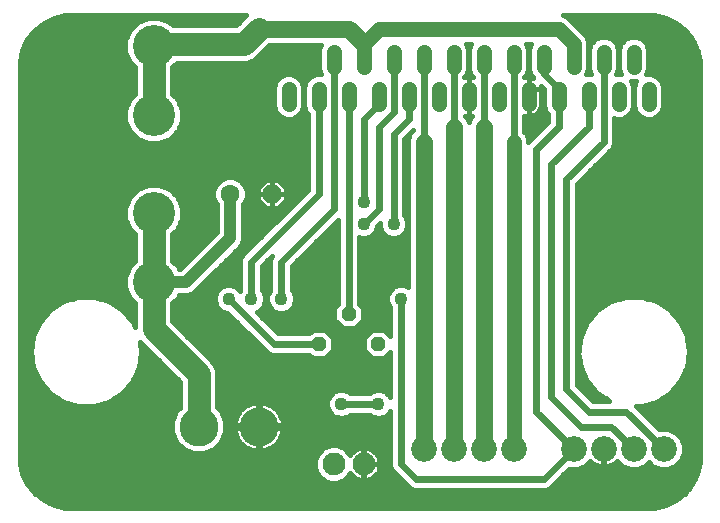
<source format=gbl>
G75*
G70*
%OFA0B0*%
%FSLAX24Y24*%
%IPPOS*%
%LPD*%
%AMOC8*
5,1,8,0,0,1.08239X$1,22.5*
%
%ADD10C,0.0500*%
%ADD11C,0.0860*%
%ADD12OC8,0.0480*%
%ADD13OC8,0.0630*%
%ADD14C,0.0630*%
%ADD15C,0.0760*%
%ADD16C,0.1400*%
%ADD17C,0.1300*%
%ADD18C,0.0160*%
%ADD19C,0.0436*%
%ADD20C,0.0560*%
%ADD21C,0.0760*%
%ADD22C,0.0240*%
%ADD23C,0.0400*%
D10*
X017430Y002930D02*
X017430Y011680D01*
X017430Y013180D01*
X016930Y014430D02*
X016930Y014930D01*
X016430Y015680D02*
X016430Y016180D01*
X015430Y016180D02*
X015430Y015680D01*
X014930Y014930D02*
X014930Y014430D01*
X013930Y014430D02*
X013930Y014930D01*
X013430Y015680D02*
X013430Y016180D01*
X012930Y016930D02*
X018930Y016930D01*
X019430Y016430D01*
X019430Y015680D01*
X019430Y016180D01*
X018430Y016180D02*
X018430Y015680D01*
X017930Y014930D02*
X017930Y014430D01*
X018930Y014430D02*
X018930Y014930D01*
X019930Y014930D02*
X019930Y014430D01*
X020930Y014430D02*
X020930Y014930D01*
X020430Y015680D02*
X020430Y016180D01*
X021430Y016180D02*
X021430Y015680D01*
X021930Y014930D02*
X021930Y014430D01*
X017430Y015680D02*
X017430Y016180D01*
X015930Y014930D02*
X015930Y014430D01*
X014430Y015680D02*
X014430Y016180D01*
X012930Y016930D02*
X012430Y016430D01*
X012430Y015680D01*
X012430Y016180D01*
X011430Y016180D02*
X011430Y015680D01*
X010930Y014930D02*
X010930Y014430D01*
X009930Y014430D02*
X009930Y014930D01*
X010430Y015680D02*
X010430Y016180D01*
X011930Y014930D02*
X011930Y014430D01*
X012930Y014430D02*
X012930Y014930D01*
D11*
X014430Y002930D03*
X015430Y002930D03*
X016430Y002930D03*
X017430Y002930D03*
X019430Y002930D03*
X020430Y002930D03*
X021430Y002930D03*
X022430Y002930D03*
D12*
X012920Y006430D03*
X011930Y007430D03*
X010940Y006430D03*
D13*
X009380Y011430D03*
D14*
X007980Y011430D03*
D15*
X011430Y002430D03*
X012430Y002430D03*
D16*
X005430Y008493D03*
X005430Y010793D03*
X005430Y014067D03*
X005430Y016367D03*
D17*
X006930Y003680D03*
X008930Y003680D03*
D18*
X001464Y001464D02*
X001224Y001765D01*
X001057Y002112D01*
X000971Y002487D01*
X000960Y002680D01*
X000960Y015680D01*
X000971Y015873D01*
X001057Y016248D01*
X001224Y016595D01*
X001464Y016896D01*
X001765Y017136D01*
X002112Y017303D01*
X002487Y017389D01*
X002680Y017400D01*
X008523Y017400D01*
X008173Y017050D01*
X006076Y017050D01*
X005962Y017164D01*
X005617Y017307D01*
X005243Y017307D01*
X004898Y017164D01*
X004633Y016899D01*
X004490Y016554D01*
X004490Y016180D01*
X004633Y015835D01*
X004810Y015658D01*
X004810Y014776D01*
X004633Y014599D01*
X004490Y014254D01*
X004490Y013880D01*
X004633Y013535D01*
X004898Y013270D01*
X005243Y013127D01*
X005617Y013127D01*
X005962Y013270D01*
X006227Y013535D01*
X006370Y013880D01*
X006370Y014254D01*
X006227Y014599D01*
X006050Y014776D01*
X006050Y015658D01*
X006202Y015810D01*
X008553Y015810D01*
X008781Y015904D01*
X009287Y016410D01*
X010995Y016410D01*
X010940Y016277D01*
X010940Y015583D01*
X011007Y015420D01*
X010833Y015420D01*
X010652Y015345D01*
X010515Y015208D01*
X010440Y015027D01*
X010440Y014333D01*
X010515Y014152D01*
X010570Y014097D01*
X010570Y011579D01*
X008476Y009485D01*
X008375Y009384D01*
X008320Y009252D01*
X008320Y008218D01*
X008305Y008203D01*
X008189Y008318D01*
X008021Y008388D01*
X007839Y008388D01*
X007671Y008318D01*
X007542Y008189D01*
X007472Y008021D01*
X007472Y007839D01*
X007542Y007671D01*
X007671Y007542D01*
X007839Y007472D01*
X007879Y007472D01*
X009226Y006125D01*
X009358Y006070D01*
X010621Y006070D01*
X010741Y005950D01*
X011139Y005950D01*
X011420Y006231D01*
X011420Y006629D01*
X011139Y006910D01*
X010741Y006910D01*
X010621Y006790D01*
X009579Y006790D01*
X008860Y007509D01*
X008939Y007542D01*
X009068Y007671D01*
X009138Y007839D01*
X009138Y008021D01*
X009068Y008189D01*
X009040Y008218D01*
X009040Y009031D01*
X009362Y009353D01*
X009320Y009252D01*
X009320Y008218D01*
X009292Y008189D01*
X009222Y008021D01*
X009222Y007839D01*
X009292Y007671D01*
X009421Y007542D01*
X009589Y007472D01*
X009771Y007472D01*
X009939Y007542D01*
X010068Y007671D01*
X010138Y007839D01*
X010138Y008021D01*
X010068Y008189D01*
X010040Y008218D01*
X010040Y009031D01*
X011570Y010561D01*
X011570Y007749D01*
X011450Y007629D01*
X011450Y007231D01*
X011731Y006950D01*
X012129Y006950D01*
X012410Y007231D01*
X012410Y007629D01*
X012290Y007749D01*
X012290Y009992D01*
X012339Y009972D01*
X012521Y009972D01*
X012689Y010042D01*
X012818Y010171D01*
X012888Y010339D01*
X012888Y010379D01*
X012972Y010463D01*
X012972Y010339D01*
X013042Y010171D01*
X013171Y010042D01*
X013339Y009972D01*
X013521Y009972D01*
X013689Y010042D01*
X013818Y010171D01*
X013888Y010339D01*
X013888Y010521D01*
X013818Y010689D01*
X013790Y010718D01*
X013790Y013281D01*
X014070Y013561D01*
X014070Y013555D01*
X013989Y013475D01*
X013910Y013283D01*
X013910Y008331D01*
X013771Y008388D01*
X013589Y008388D01*
X013421Y008318D01*
X013292Y008189D01*
X013222Y008021D01*
X013222Y007839D01*
X013292Y007671D01*
X013320Y007642D01*
X013320Y006709D01*
X013119Y006910D01*
X012721Y006910D01*
X012440Y006629D01*
X012440Y006231D01*
X012721Y005950D01*
X013119Y005950D01*
X013320Y006151D01*
X013320Y004661D01*
X013308Y004689D01*
X013179Y004818D01*
X013011Y004888D01*
X012829Y004888D01*
X012661Y004818D01*
X012632Y004790D01*
X011968Y004790D01*
X011939Y004818D01*
X011771Y004888D01*
X011589Y004888D01*
X011421Y004818D01*
X011292Y004689D01*
X011222Y004521D01*
X011222Y004339D01*
X011292Y004171D01*
X011421Y004042D01*
X011589Y003972D01*
X011771Y003972D01*
X011939Y004042D01*
X011968Y004070D01*
X012632Y004070D01*
X012661Y004042D01*
X012829Y003972D01*
X013011Y003972D01*
X013179Y004042D01*
X013308Y004171D01*
X013320Y004199D01*
X013320Y002358D01*
X013375Y002226D01*
X013875Y001726D01*
X013976Y001625D01*
X014108Y001570D01*
X018502Y001570D01*
X018634Y001625D01*
X019277Y002268D01*
X019297Y002260D01*
X019563Y002260D01*
X019810Y002362D01*
X019987Y002539D01*
X020046Y002480D01*
X020121Y002425D01*
X020204Y002383D01*
X020292Y002355D01*
X020384Y002340D01*
X020402Y002340D01*
X020402Y002902D01*
X020458Y002902D01*
X020458Y002340D01*
X020476Y002340D01*
X020568Y002355D01*
X020656Y002383D01*
X020739Y002425D01*
X020814Y002480D01*
X020873Y002539D01*
X021050Y002362D01*
X021297Y002260D01*
X021563Y002260D01*
X021810Y002362D01*
X021930Y002482D01*
X022050Y002362D01*
X022297Y002260D01*
X022563Y002260D01*
X022810Y002362D01*
X022998Y002550D01*
X023100Y002797D01*
X023100Y003063D01*
X022998Y003310D01*
X022810Y003498D01*
X022563Y003600D01*
X022297Y003600D01*
X022277Y003592D01*
X021510Y004359D01*
X021692Y004359D01*
X022194Y004506D01*
X022194Y004506D01*
X022635Y004789D01*
X022635Y004789D01*
X022635Y004789D01*
X022978Y005185D01*
X022978Y005185D01*
X023195Y005662D01*
X023270Y006180D01*
X023195Y006698D01*
X022978Y007175D01*
X022635Y007571D01*
X022194Y007854D01*
X021692Y008001D01*
X021168Y008001D01*
X020666Y007854D01*
X020666Y007854D01*
X020225Y007571D01*
X020225Y007571D01*
X020225Y007571D01*
X019882Y007175D01*
X019665Y006698D01*
X019590Y006180D01*
X019665Y005662D01*
X019882Y005185D01*
X020225Y004789D01*
X020225Y004789D01*
X020613Y004540D01*
X020079Y004540D01*
X019540Y005079D01*
X019540Y011781D01*
X020735Y012976D01*
X020790Y013108D01*
X020790Y013958D01*
X020833Y013940D01*
X021027Y013940D01*
X021208Y014015D01*
X021345Y014152D01*
X021420Y014333D01*
X021420Y015027D01*
X021353Y015190D01*
X021507Y015190D01*
X021440Y015027D01*
X021440Y014333D01*
X021515Y014152D01*
X021652Y014015D01*
X021833Y013940D01*
X022027Y013940D01*
X022208Y014015D01*
X022345Y014152D01*
X022420Y014333D01*
X022420Y015027D01*
X022345Y015208D01*
X022208Y015345D01*
X022027Y015420D01*
X021853Y015420D01*
X021920Y015583D01*
X021920Y016277D01*
X021845Y016458D01*
X021708Y016595D01*
X021527Y016670D01*
X021333Y016670D01*
X021152Y016595D01*
X021015Y016458D01*
X020940Y016277D01*
X020940Y015583D01*
X021007Y015420D01*
X020853Y015420D01*
X020920Y015583D01*
X020920Y016277D01*
X020845Y016458D01*
X020708Y016595D01*
X020527Y016670D01*
X020333Y016670D01*
X020152Y016595D01*
X020015Y016458D01*
X019940Y016277D01*
X019940Y015583D01*
X020007Y015420D01*
X019853Y015420D01*
X019920Y015583D01*
X019920Y016527D01*
X019845Y016708D01*
X019708Y016845D01*
X019208Y017345D01*
X019076Y017400D01*
X021930Y017400D01*
X022123Y017389D01*
X022498Y017303D01*
X022845Y017136D01*
X023146Y016896D01*
X023386Y016595D01*
X023386Y016595D01*
X023553Y016248D01*
X023639Y015873D01*
X023650Y015680D01*
X023650Y002680D01*
X023639Y002487D01*
X023553Y002112D01*
X023386Y001765D01*
X023146Y001464D01*
X022845Y001224D01*
X022498Y001057D01*
X022123Y000971D01*
X021930Y000960D01*
X002680Y000960D01*
X002487Y000971D01*
X002112Y001057D01*
X001765Y001224D01*
X001464Y001464D01*
X001484Y001448D02*
X023126Y001448D01*
X023260Y001607D02*
X018590Y001607D01*
X018774Y001765D02*
X023386Y001765D01*
X023463Y001924D02*
X018933Y001924D01*
X019091Y002082D02*
X023539Y002082D01*
X023583Y002241D02*
X019250Y002241D01*
X019847Y002399D02*
X020173Y002399D01*
X020402Y002399D02*
X020458Y002399D01*
X020458Y002558D02*
X020402Y002558D01*
X020402Y002716D02*
X020458Y002716D01*
X020458Y002875D02*
X020402Y002875D01*
X020687Y002399D02*
X021013Y002399D01*
X021847Y002399D02*
X022013Y002399D01*
X022847Y002399D02*
X023619Y002399D01*
X023643Y002558D02*
X023001Y002558D01*
X023067Y002716D02*
X023650Y002716D01*
X023650Y002875D02*
X023100Y002875D01*
X023100Y003033D02*
X023650Y003033D01*
X023650Y003192D02*
X023047Y003192D01*
X022958Y003350D02*
X023650Y003350D01*
X023650Y003509D02*
X022784Y003509D01*
X022202Y003667D02*
X023650Y003667D01*
X023650Y003826D02*
X022044Y003826D01*
X021885Y003984D02*
X023650Y003984D01*
X023650Y004143D02*
X021727Y004143D01*
X021568Y004301D02*
X023650Y004301D01*
X023650Y004460D02*
X022035Y004460D01*
X022368Y004618D02*
X023650Y004618D01*
X023650Y004777D02*
X022615Y004777D01*
X022761Y004935D02*
X023650Y004935D01*
X023650Y005094D02*
X022898Y005094D01*
X023008Y005252D02*
X023650Y005252D01*
X023650Y005411D02*
X023081Y005411D01*
X023153Y005569D02*
X023650Y005569D01*
X023650Y005728D02*
X023205Y005728D01*
X023195Y005662D02*
X023195Y005662D01*
X023228Y005886D02*
X023650Y005886D01*
X023650Y006045D02*
X023251Y006045D01*
X023267Y006203D02*
X023650Y006203D01*
X023650Y006362D02*
X023244Y006362D01*
X023221Y006520D02*
X023650Y006520D01*
X023650Y006679D02*
X023198Y006679D01*
X023195Y006698D02*
X023195Y006698D01*
X023132Y006837D02*
X023650Y006837D01*
X023650Y006996D02*
X023060Y006996D01*
X022987Y007154D02*
X023650Y007154D01*
X023650Y007313D02*
X022859Y007313D01*
X022978Y007175D02*
X022978Y007175D01*
X022721Y007471D02*
X023650Y007471D01*
X023650Y007630D02*
X022543Y007630D01*
X022635Y007571D02*
X022635Y007571D01*
X022297Y007788D02*
X023650Y007788D01*
X023650Y007947D02*
X021878Y007947D01*
X022194Y007854D02*
X022194Y007854D01*
X020982Y007947D02*
X019540Y007947D01*
X019540Y008105D02*
X023650Y008105D01*
X023650Y008264D02*
X019540Y008264D01*
X019540Y008422D02*
X023650Y008422D01*
X023650Y008581D02*
X019540Y008581D01*
X019540Y008739D02*
X023650Y008739D01*
X023650Y008898D02*
X019540Y008898D01*
X019540Y009056D02*
X023650Y009056D01*
X023650Y009215D02*
X019540Y009215D01*
X019540Y009373D02*
X023650Y009373D01*
X023650Y009532D02*
X019540Y009532D01*
X019540Y009690D02*
X023650Y009690D01*
X023650Y009849D02*
X019540Y009849D01*
X019540Y010007D02*
X023650Y010007D01*
X023650Y010166D02*
X019540Y010166D01*
X019540Y010324D02*
X023650Y010324D01*
X023650Y010483D02*
X019540Y010483D01*
X019540Y010641D02*
X023650Y010641D01*
X023650Y010800D02*
X019540Y010800D01*
X019540Y010958D02*
X023650Y010958D01*
X023650Y011117D02*
X019540Y011117D01*
X019540Y011275D02*
X023650Y011275D01*
X023650Y011434D02*
X019540Y011434D01*
X019540Y011592D02*
X023650Y011592D01*
X023650Y011751D02*
X019540Y011751D01*
X019668Y011909D02*
X023650Y011909D01*
X023650Y012068D02*
X019827Y012068D01*
X019985Y012226D02*
X023650Y012226D01*
X023650Y012385D02*
X020144Y012385D01*
X020302Y012543D02*
X023650Y012543D01*
X023650Y012702D02*
X020461Y012702D01*
X020619Y012860D02*
X023650Y012860D01*
X023650Y013019D02*
X020753Y013019D01*
X020790Y013177D02*
X023650Y013177D01*
X023650Y013336D02*
X020790Y013336D01*
X020790Y013494D02*
X023650Y013494D01*
X023650Y013653D02*
X020790Y013653D01*
X020790Y013811D02*
X023650Y013811D01*
X023650Y013970D02*
X022099Y013970D01*
X022321Y014128D02*
X023650Y014128D01*
X023650Y014287D02*
X022401Y014287D01*
X022420Y014445D02*
X023650Y014445D01*
X023650Y014604D02*
X022420Y014604D01*
X022420Y014762D02*
X023650Y014762D01*
X023650Y014921D02*
X022420Y014921D01*
X022399Y015079D02*
X023650Y015079D01*
X023650Y015238D02*
X022315Y015238D01*
X022085Y015396D02*
X023650Y015396D01*
X023650Y015555D02*
X021908Y015555D01*
X021920Y015713D02*
X023648Y015713D01*
X023639Y015872D02*
X021920Y015872D01*
X021920Y016030D02*
X023603Y016030D01*
X023567Y016189D02*
X021920Y016189D01*
X021891Y016347D02*
X023506Y016347D01*
X023430Y016506D02*
X021797Y016506D01*
X021542Y016664D02*
X023331Y016664D01*
X023205Y016823D02*
X019730Y016823D01*
X019863Y016664D02*
X020318Y016664D01*
X020542Y016664D02*
X021318Y016664D01*
X021063Y016506D02*
X020797Y016506D01*
X020891Y016347D02*
X020969Y016347D01*
X020940Y016189D02*
X020920Y016189D01*
X020920Y016030D02*
X020940Y016030D01*
X020940Y015872D02*
X020920Y015872D01*
X020920Y015713D02*
X020940Y015713D01*
X020952Y015555D02*
X020908Y015555D01*
X021399Y015079D02*
X021461Y015079D01*
X021440Y014921D02*
X021420Y014921D01*
X021420Y014762D02*
X021440Y014762D01*
X021440Y014604D02*
X021420Y014604D01*
X021420Y014445D02*
X021440Y014445D01*
X021459Y014287D02*
X021401Y014287D01*
X021321Y014128D02*
X021539Y014128D01*
X021761Y013970D02*
X021099Y013970D01*
X019952Y015555D02*
X019908Y015555D01*
X019920Y015713D02*
X019940Y015713D01*
X019940Y015872D02*
X019920Y015872D01*
X019920Y016030D02*
X019940Y016030D01*
X019940Y016189D02*
X019920Y016189D01*
X019920Y016347D02*
X019969Y016347D01*
X019920Y016506D02*
X020063Y016506D01*
X019572Y016981D02*
X023040Y016981D01*
X022839Y017140D02*
X019413Y017140D01*
X019255Y017298D02*
X022509Y017298D01*
X018440Y014911D02*
X018440Y014333D01*
X018515Y014152D01*
X018570Y014097D01*
X018570Y013829D01*
X017976Y013235D01*
X017920Y013179D01*
X017920Y013277D01*
X017845Y013458D01*
X017790Y013513D01*
X017790Y014044D01*
X017834Y014030D01*
X017898Y014020D01*
X017930Y014020D01*
X017962Y014020D01*
X018026Y014030D01*
X018087Y014050D01*
X018145Y014079D01*
X018197Y014117D01*
X018243Y014163D01*
X018281Y014215D01*
X018310Y014273D01*
X018330Y014334D01*
X018340Y014398D01*
X018340Y014930D01*
X018340Y014962D01*
X018331Y015020D01*
X018440Y014911D01*
X018430Y014921D02*
X018340Y014921D01*
X018340Y014930D02*
X017930Y014930D01*
X018340Y014930D01*
X018340Y014762D02*
X018440Y014762D01*
X018440Y014604D02*
X018340Y014604D01*
X018340Y014445D02*
X018440Y014445D01*
X018459Y014287D02*
X018314Y014287D01*
X018208Y014128D02*
X018539Y014128D01*
X018570Y013970D02*
X017790Y013970D01*
X017930Y014020D02*
X017930Y014930D01*
X017930Y014930D01*
X017930Y014930D01*
X017930Y015340D01*
X017962Y015340D01*
X018026Y015330D01*
X018087Y015310D01*
X018091Y015308D01*
X018078Y015339D01*
X018015Y015402D01*
X017940Y015583D01*
X017940Y016277D01*
X018007Y016440D01*
X017853Y016440D01*
X017920Y016277D01*
X017920Y015583D01*
X017845Y015402D01*
X017790Y015347D01*
X017790Y015316D01*
X017834Y015330D01*
X017898Y015340D01*
X017930Y015340D01*
X017930Y014930D01*
X017930Y014020D01*
X017930Y014128D02*
X017930Y014128D01*
X017930Y014287D02*
X017930Y014287D01*
X017930Y014445D02*
X017930Y014445D01*
X017930Y014604D02*
X017930Y014604D01*
X017930Y014762D02*
X017930Y014762D01*
X017930Y014921D02*
X017930Y014921D01*
X017930Y014930D02*
X017930Y014930D01*
X017930Y015079D02*
X017930Y015079D01*
X017930Y015238D02*
X017930Y015238D01*
X017839Y015396D02*
X018021Y015396D01*
X017952Y015555D02*
X017908Y015555D01*
X017920Y015713D02*
X017940Y015713D01*
X017940Y015872D02*
X017920Y015872D01*
X017920Y016030D02*
X017940Y016030D01*
X017940Y016189D02*
X017920Y016189D01*
X017891Y016347D02*
X017969Y016347D01*
X016007Y016440D02*
X015940Y016277D01*
X015940Y015583D01*
X016015Y015402D01*
X016070Y015347D01*
X016070Y015316D01*
X016026Y015330D01*
X015962Y015340D01*
X015930Y015340D01*
X015930Y014930D01*
X015930Y014930D01*
X015930Y014020D01*
X015962Y014020D01*
X016026Y014030D01*
X016054Y014039D01*
X015989Y013975D01*
X015930Y013832D01*
X015871Y013975D01*
X015806Y014039D01*
X015834Y014030D01*
X015898Y014020D01*
X015930Y014020D01*
X015930Y014930D01*
X015930Y014930D01*
X015930Y015340D01*
X015898Y015340D01*
X015834Y015330D01*
X015790Y015316D01*
X015790Y015347D01*
X015845Y015402D01*
X015920Y015583D01*
X015920Y016277D01*
X015853Y016440D01*
X016007Y016440D01*
X015969Y016347D02*
X015891Y016347D01*
X015920Y016189D02*
X015940Y016189D01*
X015940Y016030D02*
X015920Y016030D01*
X015920Y015872D02*
X015940Y015872D01*
X015940Y015713D02*
X015920Y015713D01*
X015908Y015555D02*
X015952Y015555D01*
X016021Y015396D02*
X015839Y015396D01*
X015930Y015238D02*
X015930Y015238D01*
X015930Y015079D02*
X015930Y015079D01*
X015930Y014921D02*
X015930Y014921D01*
X015930Y014762D02*
X015930Y014762D01*
X015930Y014604D02*
X015930Y014604D01*
X015930Y014445D02*
X015930Y014445D01*
X015930Y014287D02*
X015930Y014287D01*
X015930Y014128D02*
X015930Y014128D01*
X015873Y013970D02*
X015987Y013970D01*
X017790Y013811D02*
X018552Y013811D01*
X018393Y013653D02*
X017790Y013653D01*
X017809Y013494D02*
X018235Y013494D01*
X018076Y013336D02*
X017896Y013336D01*
X017976Y013235D02*
X017976Y013235D01*
X014009Y013494D02*
X014003Y013494D01*
X013932Y013336D02*
X013845Y013336D01*
X013790Y013177D02*
X013910Y013177D01*
X013910Y013019D02*
X013790Y013019D01*
X013790Y012860D02*
X013910Y012860D01*
X013910Y012702D02*
X013790Y012702D01*
X013790Y012543D02*
X013910Y012543D01*
X013910Y012385D02*
X013790Y012385D01*
X013790Y012226D02*
X013910Y012226D01*
X013910Y012068D02*
X013790Y012068D01*
X013790Y011909D02*
X013910Y011909D01*
X013910Y011751D02*
X013790Y011751D01*
X013790Y011592D02*
X013910Y011592D01*
X013910Y011434D02*
X013790Y011434D01*
X013790Y011275D02*
X013910Y011275D01*
X013910Y011117D02*
X013790Y011117D01*
X013790Y010958D02*
X013910Y010958D01*
X013910Y010800D02*
X013790Y010800D01*
X013838Y010641D02*
X013910Y010641D01*
X013910Y010483D02*
X013888Y010483D01*
X013882Y010324D02*
X013910Y010324D01*
X013910Y010166D02*
X013813Y010166D01*
X013910Y010007D02*
X013606Y010007D01*
X013910Y009849D02*
X012290Y009849D01*
X012290Y009690D02*
X013910Y009690D01*
X013910Y009532D02*
X012290Y009532D01*
X012290Y009373D02*
X013910Y009373D01*
X013910Y009215D02*
X012290Y009215D01*
X012290Y009056D02*
X013910Y009056D01*
X013910Y008898D02*
X012290Y008898D01*
X012290Y008739D02*
X013910Y008739D01*
X013910Y008581D02*
X012290Y008581D01*
X012290Y008422D02*
X013910Y008422D01*
X013366Y008264D02*
X012290Y008264D01*
X012290Y008105D02*
X013257Y008105D01*
X013222Y007947D02*
X012290Y007947D01*
X012290Y007788D02*
X013243Y007788D01*
X013320Y007630D02*
X012409Y007630D01*
X012410Y007471D02*
X013320Y007471D01*
X013320Y007313D02*
X012410Y007313D01*
X012333Y007154D02*
X013320Y007154D01*
X013320Y006996D02*
X012174Y006996D01*
X012490Y006679D02*
X011370Y006679D01*
X011420Y006520D02*
X012440Y006520D01*
X012440Y006362D02*
X011420Y006362D01*
X011392Y006203D02*
X012468Y006203D01*
X012627Y006045D02*
X011233Y006045D01*
X010647Y006045D02*
X007192Y006045D01*
X007281Y005956D02*
X006050Y007187D01*
X006050Y007784D01*
X006227Y007961D01*
X006265Y008053D01*
X006581Y008053D01*
X006742Y008120D01*
X008229Y009607D01*
X008353Y009731D01*
X008420Y009892D01*
X008420Y011085D01*
X008451Y011116D01*
X008451Y011117D02*
X009022Y011117D01*
X008905Y011233D02*
X009183Y010955D01*
X009380Y010955D01*
X009577Y010955D01*
X009855Y011233D01*
X009855Y011430D01*
X009855Y011627D01*
X009577Y011905D01*
X009380Y011905D01*
X009380Y011430D01*
X009855Y011430D01*
X009380Y011430D01*
X009380Y011430D01*
X009380Y011430D01*
X009380Y010955D01*
X009380Y011430D01*
X009380Y011430D01*
X009380Y011430D01*
X008905Y011430D01*
X008905Y011627D01*
X009183Y011905D01*
X009380Y011905D01*
X009380Y011430D01*
X008905Y011430D01*
X008905Y011233D01*
X008905Y011275D02*
X008517Y011275D01*
X008535Y011320D02*
X008535Y011540D01*
X008451Y011744D01*
X008294Y011901D01*
X008090Y011985D01*
X007870Y011985D01*
X007666Y011901D01*
X007509Y011744D01*
X007425Y011540D01*
X007425Y011320D01*
X007509Y011116D01*
X007509Y011117D02*
X006313Y011117D01*
X006370Y010980D02*
X006227Y011325D01*
X005962Y011590D01*
X005617Y011733D01*
X005243Y011733D01*
X004898Y011590D01*
X004633Y011325D01*
X004490Y010980D01*
X004490Y010606D01*
X004633Y010261D01*
X004810Y010084D01*
X004810Y009202D01*
X004633Y009025D01*
X004490Y008680D01*
X004490Y008306D01*
X004633Y007961D01*
X004810Y007784D01*
X004810Y006995D01*
X004728Y007175D01*
X004385Y007571D01*
X003944Y007854D01*
X003442Y008001D01*
X002918Y008001D01*
X002416Y007854D01*
X002416Y007854D01*
X001975Y007571D01*
X001975Y007571D01*
X001975Y007571D01*
X001632Y007175D01*
X001415Y006698D01*
X001340Y006180D01*
X001340Y006180D01*
X001415Y005662D01*
X001415Y005662D01*
X001632Y005185D01*
X001975Y004789D01*
X001975Y004789D01*
X002416Y004506D01*
X002918Y004359D01*
X003442Y004359D01*
X003944Y004506D01*
X003944Y004506D01*
X004385Y004789D01*
X004385Y004789D01*
X004385Y004789D01*
X004728Y005185D01*
X004728Y005185D01*
X004945Y005662D01*
X005020Y006180D01*
X004972Y006511D01*
X006310Y005173D01*
X006310Y004319D01*
X006175Y004184D01*
X006040Y003857D01*
X006040Y003503D01*
X006175Y003176D01*
X006426Y002925D01*
X006753Y002790D01*
X007107Y002790D01*
X007434Y002925D01*
X007685Y003176D01*
X007820Y003503D01*
X007820Y003857D01*
X007685Y004184D01*
X007550Y004319D01*
X007550Y005553D01*
X007456Y005781D01*
X007281Y005956D01*
X007351Y005886D02*
X013320Y005886D01*
X013320Y005728D02*
X007478Y005728D01*
X007544Y005569D02*
X013320Y005569D01*
X013320Y005411D02*
X007550Y005411D01*
X007550Y005252D02*
X013320Y005252D01*
X013320Y005094D02*
X007550Y005094D01*
X007550Y004935D02*
X013320Y004935D01*
X013320Y004777D02*
X013221Y004777D01*
X013280Y004143D02*
X013320Y004143D01*
X013320Y003984D02*
X013040Y003984D01*
X012800Y003984D02*
X011800Y003984D01*
X011560Y003984D02*
X009681Y003984D01*
X009699Y003941D02*
X009658Y004039D01*
X009605Y004131D01*
X009540Y004215D01*
X009465Y004290D01*
X009381Y004355D01*
X009289Y004408D01*
X009191Y004449D01*
X009088Y004476D01*
X008983Y004490D01*
X008968Y004490D01*
X008968Y003718D01*
X008892Y003718D01*
X008892Y003642D01*
X008120Y003642D01*
X008120Y003627D01*
X008134Y003522D01*
X008161Y003419D01*
X008202Y003321D01*
X008255Y003229D01*
X008320Y003145D01*
X008395Y003070D01*
X008479Y003005D01*
X008571Y002952D01*
X008669Y002911D01*
X008772Y002884D01*
X008877Y002870D01*
X008892Y002870D01*
X008892Y003642D01*
X008968Y003642D01*
X008968Y003718D01*
X009740Y003718D01*
X009740Y003733D01*
X009726Y003838D01*
X009699Y003941D01*
X009728Y003826D02*
X013320Y003826D01*
X013320Y003667D02*
X008968Y003667D01*
X008968Y003642D02*
X009740Y003642D01*
X009740Y003627D01*
X009726Y003522D01*
X009699Y003419D01*
X009658Y003321D01*
X009605Y003229D01*
X009540Y003145D01*
X009465Y003070D01*
X009381Y003005D01*
X009289Y002952D01*
X009191Y002911D01*
X009088Y002884D01*
X008983Y002870D01*
X008968Y002870D01*
X008968Y003642D01*
X008892Y003667D02*
X007820Y003667D01*
X007820Y003509D02*
X008137Y003509D01*
X008190Y003350D02*
X007757Y003350D01*
X007691Y003192D02*
X008284Y003192D01*
X008443Y003033D02*
X007542Y003033D01*
X007311Y002875D02*
X008843Y002875D01*
X008892Y002875D02*
X008968Y002875D01*
X009017Y002875D02*
X010998Y002875D01*
X011079Y002956D02*
X010904Y002781D01*
X010810Y002553D01*
X010810Y002307D01*
X010904Y002079D01*
X011079Y001904D01*
X011307Y001810D01*
X011553Y001810D01*
X011781Y001904D01*
X011956Y002079D01*
X011978Y002133D01*
X012018Y002078D01*
X012078Y002018D01*
X012147Y001968D01*
X012223Y001930D01*
X012304Y001903D01*
X012388Y001890D01*
X012421Y001890D01*
X012421Y002421D01*
X012439Y002421D01*
X012439Y002439D01*
X012421Y002439D01*
X012421Y002970D01*
X012388Y002970D01*
X012304Y002957D01*
X012223Y002930D01*
X012147Y002892D01*
X012078Y002842D01*
X012018Y002782D01*
X011978Y002727D01*
X011956Y002781D01*
X011781Y002956D01*
X011553Y003050D01*
X011307Y003050D01*
X011079Y002956D01*
X011266Y003033D02*
X009417Y003033D01*
X009576Y003192D02*
X013320Y003192D01*
X013320Y003350D02*
X009670Y003350D01*
X009723Y003509D02*
X013320Y003509D01*
X013320Y003033D02*
X011594Y003033D01*
X011862Y002875D02*
X012123Y002875D01*
X012421Y002875D02*
X012439Y002875D01*
X012439Y002970D02*
X012439Y002439D01*
X012970Y002439D01*
X012970Y002472D01*
X012957Y002556D01*
X012930Y002637D01*
X012892Y002713D01*
X012842Y002782D01*
X012782Y002842D01*
X012713Y002892D01*
X012637Y002930D01*
X012556Y002957D01*
X012472Y002970D01*
X012439Y002970D01*
X012737Y002875D02*
X013320Y002875D01*
X013320Y002716D02*
X012890Y002716D01*
X012956Y002558D02*
X013320Y002558D01*
X013320Y002399D02*
X012970Y002399D01*
X012970Y002388D02*
X012970Y002421D01*
X012439Y002421D01*
X012439Y001890D01*
X012472Y001890D01*
X012556Y001903D01*
X012637Y001930D01*
X012713Y001968D01*
X012782Y002018D01*
X012842Y002078D01*
X012892Y002147D01*
X012930Y002223D01*
X012957Y002304D01*
X012970Y002388D01*
X012936Y002241D02*
X013369Y002241D01*
X013519Y002082D02*
X012845Y002082D01*
X012619Y001924D02*
X013677Y001924D01*
X013836Y001765D02*
X001224Y001765D01*
X001147Y001924D02*
X011060Y001924D01*
X010903Y002082D02*
X001071Y002082D01*
X001027Y002241D02*
X010837Y002241D01*
X010810Y002399D02*
X000991Y002399D01*
X000967Y002558D02*
X010812Y002558D01*
X010877Y002716D02*
X000960Y002716D01*
X000960Y002875D02*
X006549Y002875D01*
X006318Y003033D02*
X000960Y003033D01*
X000960Y003192D02*
X006169Y003192D01*
X006103Y003350D02*
X000960Y003350D01*
X000960Y003509D02*
X006040Y003509D01*
X006040Y003667D02*
X000960Y003667D01*
X000960Y003826D02*
X006040Y003826D01*
X006093Y003984D02*
X000960Y003984D01*
X000960Y004143D02*
X006158Y004143D01*
X006292Y004301D02*
X000960Y004301D01*
X000960Y004460D02*
X002575Y004460D01*
X002416Y004506D02*
X002416Y004506D01*
X002242Y004618D02*
X000960Y004618D01*
X000960Y004777D02*
X001995Y004777D01*
X001849Y004935D02*
X000960Y004935D01*
X000960Y005094D02*
X001712Y005094D01*
X001632Y005185D02*
X001632Y005185D01*
X001602Y005252D02*
X000960Y005252D01*
X000960Y005411D02*
X001529Y005411D01*
X001457Y005569D02*
X000960Y005569D01*
X000960Y005728D02*
X001405Y005728D01*
X001382Y005886D02*
X000960Y005886D01*
X000960Y006045D02*
X001359Y006045D01*
X001343Y006203D02*
X000960Y006203D01*
X000960Y006362D02*
X001366Y006362D01*
X001389Y006520D02*
X000960Y006520D01*
X000960Y006679D02*
X001412Y006679D01*
X001415Y006698D02*
X001415Y006698D01*
X001478Y006837D02*
X000960Y006837D01*
X000960Y006996D02*
X001550Y006996D01*
X001623Y007154D02*
X000960Y007154D01*
X000960Y007313D02*
X001751Y007313D01*
X001632Y007175D02*
X001632Y007175D01*
X001889Y007471D02*
X000960Y007471D01*
X000960Y007630D02*
X002067Y007630D01*
X002313Y007788D02*
X000960Y007788D01*
X000960Y007947D02*
X002732Y007947D01*
X003628Y007947D02*
X004647Y007947D01*
X004573Y008105D02*
X000960Y008105D01*
X000960Y008264D02*
X004508Y008264D01*
X004490Y008422D02*
X000960Y008422D01*
X000960Y008581D02*
X004490Y008581D01*
X004514Y008739D02*
X000960Y008739D01*
X000960Y008898D02*
X004580Y008898D01*
X004664Y009056D02*
X000960Y009056D01*
X000960Y009215D02*
X004810Y009215D01*
X004810Y009373D02*
X000960Y009373D01*
X000960Y009532D02*
X004810Y009532D01*
X004810Y009690D02*
X000960Y009690D01*
X000960Y009849D02*
X004810Y009849D01*
X004810Y010007D02*
X000960Y010007D01*
X000960Y010166D02*
X004728Y010166D01*
X004607Y010324D02*
X000960Y010324D01*
X000960Y010483D02*
X004541Y010483D01*
X004490Y010641D02*
X000960Y010641D01*
X000960Y010800D02*
X004490Y010800D01*
X004490Y010958D02*
X000960Y010958D01*
X000960Y011117D02*
X004547Y011117D01*
X004612Y011275D02*
X000960Y011275D01*
X000960Y011434D02*
X004741Y011434D01*
X004903Y011592D02*
X000960Y011592D01*
X000960Y011751D02*
X007516Y011751D01*
X007446Y011592D02*
X005957Y011592D01*
X006119Y011434D02*
X007425Y011434D01*
X007443Y011275D02*
X006248Y011275D01*
X006370Y010980D02*
X006370Y010606D01*
X006227Y010261D01*
X006050Y010084D01*
X006050Y009202D01*
X006227Y009025D01*
X006265Y008933D01*
X006311Y008933D01*
X007540Y010162D01*
X007540Y011085D01*
X007509Y011116D01*
X007540Y010958D02*
X006370Y010958D01*
X006370Y010800D02*
X007540Y010800D01*
X007540Y010641D02*
X006370Y010641D01*
X006319Y010483D02*
X007540Y010483D01*
X007540Y010324D02*
X006253Y010324D01*
X006132Y010166D02*
X007540Y010166D01*
X007385Y010007D02*
X006050Y010007D01*
X006050Y009849D02*
X007226Y009849D01*
X007068Y009690D02*
X006050Y009690D01*
X006050Y009532D02*
X006909Y009532D01*
X006751Y009373D02*
X006050Y009373D01*
X006050Y009215D02*
X006592Y009215D01*
X006434Y009056D02*
X006196Y009056D01*
X006886Y008264D02*
X007616Y008264D01*
X007507Y008105D02*
X006706Y008105D01*
X007044Y008422D02*
X008320Y008422D01*
X008320Y008264D02*
X008244Y008264D01*
X008320Y008581D02*
X007203Y008581D01*
X007361Y008739D02*
X008320Y008739D01*
X008320Y008898D02*
X007520Y008898D01*
X007678Y009056D02*
X008320Y009056D01*
X008320Y009215D02*
X007837Y009215D01*
X007995Y009373D02*
X008370Y009373D01*
X008522Y009532D02*
X008154Y009532D01*
X008312Y009690D02*
X008681Y009690D01*
X008839Y009849D02*
X008402Y009849D01*
X008420Y010007D02*
X008998Y010007D01*
X009156Y010166D02*
X008420Y010166D01*
X008420Y010324D02*
X009315Y010324D01*
X009473Y010483D02*
X008420Y010483D01*
X008420Y010641D02*
X009632Y010641D01*
X009790Y010800D02*
X008420Y010800D01*
X008420Y010958D02*
X009180Y010958D01*
X009380Y010958D02*
X009380Y010958D01*
X009380Y011117D02*
X009380Y011117D01*
X009380Y011275D02*
X009380Y011275D01*
X009380Y011434D02*
X009380Y011434D01*
X009380Y011592D02*
X009380Y011592D01*
X009380Y011751D02*
X009380Y011751D01*
X009731Y011751D02*
X010570Y011751D01*
X010570Y011909D02*
X008274Y011909D01*
X008444Y011751D02*
X009029Y011751D01*
X008905Y011592D02*
X008514Y011592D01*
X008535Y011434D02*
X008905Y011434D01*
X008535Y011320D02*
X008451Y011116D01*
X007686Y011909D02*
X000960Y011909D01*
X000960Y012068D02*
X010570Y012068D01*
X010570Y012226D02*
X000960Y012226D01*
X000960Y012385D02*
X010570Y012385D01*
X010570Y012543D02*
X000960Y012543D01*
X000960Y012702D02*
X010570Y012702D01*
X010570Y012860D02*
X000960Y012860D01*
X000960Y013019D02*
X010570Y013019D01*
X010570Y013177D02*
X005738Y013177D01*
X006028Y013336D02*
X010570Y013336D01*
X010570Y013494D02*
X006186Y013494D01*
X006276Y013653D02*
X010570Y013653D01*
X010570Y013811D02*
X006341Y013811D01*
X006370Y013970D02*
X009761Y013970D01*
X009833Y013940D02*
X009652Y014015D01*
X009515Y014152D01*
X009440Y014333D01*
X009440Y015027D01*
X009515Y015208D01*
X009652Y015345D01*
X009833Y015420D01*
X010027Y015420D01*
X010208Y015345D01*
X010345Y015208D01*
X010420Y015027D01*
X010420Y014333D01*
X010345Y014152D01*
X010208Y014015D01*
X010027Y013940D01*
X009833Y013940D01*
X009539Y014128D02*
X006370Y014128D01*
X006357Y014287D02*
X009459Y014287D01*
X009440Y014445D02*
X006291Y014445D01*
X006223Y014604D02*
X009440Y014604D01*
X009440Y014762D02*
X006064Y014762D01*
X006050Y014921D02*
X009440Y014921D01*
X009461Y015079D02*
X006050Y015079D01*
X006050Y015238D02*
X009545Y015238D01*
X009775Y015396D02*
X006050Y015396D01*
X006050Y015555D02*
X010952Y015555D01*
X010940Y015713D02*
X006105Y015713D01*
X004810Y015555D02*
X000960Y015555D01*
X000962Y015713D02*
X004755Y015713D01*
X004618Y015872D02*
X000971Y015872D01*
X001007Y016030D02*
X004552Y016030D01*
X004490Y016189D02*
X001043Y016189D01*
X001104Y016347D02*
X004490Y016347D01*
X004490Y016506D02*
X001180Y016506D01*
X001279Y016664D02*
X004536Y016664D01*
X004601Y016823D02*
X001405Y016823D01*
X001570Y016981D02*
X004715Y016981D01*
X004873Y017140D02*
X001771Y017140D01*
X002101Y017298D02*
X005221Y017298D01*
X005639Y017298D02*
X008421Y017298D01*
X008263Y017140D02*
X005987Y017140D01*
X004810Y015396D02*
X000960Y015396D01*
X000960Y015238D02*
X004810Y015238D01*
X004810Y015079D02*
X000960Y015079D01*
X000960Y014921D02*
X004810Y014921D01*
X004796Y014762D02*
X000960Y014762D01*
X000960Y014604D02*
X004637Y014604D01*
X004569Y014445D02*
X000960Y014445D01*
X000960Y014287D02*
X004503Y014287D01*
X004490Y014128D02*
X000960Y014128D01*
X000960Y013970D02*
X004490Y013970D01*
X004519Y013811D02*
X000960Y013811D01*
X000960Y013653D02*
X004584Y013653D01*
X004674Y013494D02*
X000960Y013494D01*
X000960Y013336D02*
X004832Y013336D01*
X005122Y013177D02*
X000960Y013177D01*
X006213Y007947D02*
X007472Y007947D01*
X007493Y007788D02*
X006054Y007788D01*
X006050Y007630D02*
X007583Y007630D01*
X007880Y007471D02*
X006050Y007471D01*
X006050Y007313D02*
X008038Y007313D01*
X008197Y007154D02*
X006083Y007154D01*
X006241Y006996D02*
X008355Y006996D01*
X008514Y006837D02*
X006400Y006837D01*
X006558Y006679D02*
X008672Y006679D01*
X008831Y006520D02*
X006717Y006520D01*
X006875Y006362D02*
X008989Y006362D01*
X009148Y006203D02*
X007034Y006203D01*
X006073Y005411D02*
X004831Y005411D01*
X004903Y005569D02*
X005914Y005569D01*
X005756Y005728D02*
X004955Y005728D01*
X004945Y005662D02*
X004945Y005662D01*
X004978Y005886D02*
X005597Y005886D01*
X005439Y006045D02*
X005001Y006045D01*
X005017Y006203D02*
X005280Y006203D01*
X005122Y006362D02*
X004994Y006362D01*
X004810Y006996D02*
X004810Y006996D01*
X004810Y007154D02*
X004737Y007154D01*
X004728Y007175D02*
X004728Y007175D01*
X004810Y007313D02*
X004609Y007313D01*
X004471Y007471D02*
X004810Y007471D01*
X004810Y007630D02*
X004293Y007630D01*
X004385Y007571D02*
X004385Y007571D01*
X004047Y007788D02*
X004806Y007788D01*
X003944Y007854D02*
X003944Y007854D01*
X004758Y005252D02*
X006231Y005252D01*
X006310Y005094D02*
X004648Y005094D01*
X004511Y004935D02*
X006310Y004935D01*
X006310Y004777D02*
X004365Y004777D01*
X004118Y004618D02*
X006310Y004618D01*
X006310Y004460D02*
X003785Y004460D01*
X007550Y004460D02*
X008710Y004460D01*
X008669Y004449D02*
X008571Y004408D01*
X008479Y004355D01*
X008395Y004290D01*
X008320Y004215D01*
X008255Y004131D01*
X008202Y004039D01*
X008161Y003941D01*
X008134Y003838D01*
X008120Y003733D01*
X008120Y003718D01*
X008892Y003718D01*
X008892Y004490D01*
X008877Y004490D01*
X008772Y004476D01*
X008669Y004449D01*
X008892Y004460D02*
X008968Y004460D01*
X008968Y004301D02*
X008892Y004301D01*
X008892Y004143D02*
X008968Y004143D01*
X008968Y003984D02*
X008892Y003984D01*
X008892Y003826D02*
X008968Y003826D01*
X008968Y003509D02*
X008892Y003509D01*
X008892Y003350D02*
X008968Y003350D01*
X008968Y003192D02*
X008892Y003192D01*
X008892Y003033D02*
X008968Y003033D01*
X008132Y003826D02*
X007820Y003826D01*
X007767Y003984D02*
X008179Y003984D01*
X008264Y004143D02*
X007702Y004143D01*
X007568Y004301D02*
X008409Y004301D01*
X009150Y004460D02*
X011222Y004460D01*
X011238Y004301D02*
X009451Y004301D01*
X009596Y004143D02*
X011320Y004143D01*
X011262Y004618D02*
X007550Y004618D01*
X007550Y004777D02*
X011379Y004777D01*
X013213Y006045D02*
X013320Y006045D01*
X013320Y006837D02*
X013192Y006837D01*
X012648Y006837D02*
X011212Y006837D01*
X011527Y007154D02*
X009215Y007154D01*
X009057Y007313D02*
X011450Y007313D01*
X011450Y007471D02*
X008898Y007471D01*
X009027Y007630D02*
X009333Y007630D01*
X009243Y007788D02*
X009117Y007788D01*
X009138Y007947D02*
X009222Y007947D01*
X009257Y008105D02*
X009103Y008105D01*
X009040Y008264D02*
X009320Y008264D01*
X009320Y008422D02*
X009040Y008422D01*
X009040Y008581D02*
X009320Y008581D01*
X009320Y008739D02*
X009040Y008739D01*
X009040Y008898D02*
X009320Y008898D01*
X009320Y009056D02*
X009065Y009056D01*
X009224Y009215D02*
X009320Y009215D01*
X010065Y009056D02*
X011570Y009056D01*
X011570Y008898D02*
X010040Y008898D01*
X010040Y008739D02*
X011570Y008739D01*
X011570Y008581D02*
X010040Y008581D01*
X010040Y008422D02*
X011570Y008422D01*
X011570Y008264D02*
X010040Y008264D01*
X010103Y008105D02*
X011570Y008105D01*
X011570Y007947D02*
X010138Y007947D01*
X010117Y007788D02*
X011570Y007788D01*
X011451Y007630D02*
X010027Y007630D01*
X009374Y006996D02*
X011686Y006996D01*
X010668Y006837D02*
X009532Y006837D01*
X010224Y009215D02*
X011570Y009215D01*
X011570Y009373D02*
X010382Y009373D01*
X010541Y009532D02*
X011570Y009532D01*
X011570Y009690D02*
X010699Y009690D01*
X010858Y009849D02*
X011570Y009849D01*
X011570Y010007D02*
X011016Y010007D01*
X011175Y010166D02*
X011570Y010166D01*
X011570Y010324D02*
X011333Y010324D01*
X011492Y010483D02*
X011570Y010483D01*
X012606Y010007D02*
X013254Y010007D01*
X013047Y010166D02*
X012813Y010166D01*
X012882Y010324D02*
X012978Y010324D01*
X010570Y011592D02*
X009855Y011592D01*
X009855Y011434D02*
X010424Y011434D01*
X010266Y011275D02*
X009855Y011275D01*
X009738Y011117D02*
X010107Y011117D01*
X009949Y010958D02*
X009580Y010958D01*
X010099Y013970D02*
X010570Y013970D01*
X010539Y014128D02*
X010321Y014128D01*
X010401Y014287D02*
X010459Y014287D01*
X010440Y014445D02*
X010420Y014445D01*
X010420Y014604D02*
X010440Y014604D01*
X010440Y014762D02*
X010420Y014762D01*
X010420Y014921D02*
X010440Y014921D01*
X010461Y015079D02*
X010399Y015079D01*
X010315Y015238D02*
X010545Y015238D01*
X010775Y015396D02*
X010085Y015396D01*
X010940Y015872D02*
X008702Y015872D01*
X008907Y016030D02*
X010940Y016030D01*
X010940Y016189D02*
X009065Y016189D01*
X009224Y016347D02*
X010969Y016347D01*
X019540Y007788D02*
X020563Y007788D01*
X020317Y007630D02*
X019540Y007630D01*
X019540Y007471D02*
X020139Y007471D01*
X020001Y007313D02*
X019540Y007313D01*
X019540Y007154D02*
X019873Y007154D01*
X019882Y007175D02*
X019882Y007175D01*
X019800Y006996D02*
X019540Y006996D01*
X019540Y006837D02*
X019728Y006837D01*
X019662Y006679D02*
X019540Y006679D01*
X019540Y006520D02*
X019639Y006520D01*
X019616Y006362D02*
X019540Y006362D01*
X019540Y006203D02*
X019593Y006203D01*
X019609Y006045D02*
X019540Y006045D01*
X019540Y005886D02*
X019632Y005886D01*
X019655Y005728D02*
X019540Y005728D01*
X019540Y005569D02*
X019707Y005569D01*
X019779Y005411D02*
X019540Y005411D01*
X019540Y005252D02*
X019852Y005252D01*
X019962Y005094D02*
X019540Y005094D01*
X019684Y004935D02*
X020099Y004935D01*
X020245Y004777D02*
X019843Y004777D01*
X020001Y004618D02*
X020492Y004618D01*
X022928Y001290D02*
X001682Y001290D01*
X001957Y001131D02*
X022653Y001131D01*
X022130Y000973D02*
X002480Y000973D01*
X001350Y001607D02*
X014020Y001607D01*
X012439Y001924D02*
X012421Y001924D01*
X012421Y002082D02*
X012439Y002082D01*
X012439Y002241D02*
X012421Y002241D01*
X012421Y002399D02*
X012439Y002399D01*
X012439Y002558D02*
X012421Y002558D01*
X012421Y002716D02*
X012439Y002716D01*
X012015Y002082D02*
X011957Y002082D01*
X011800Y001924D02*
X012241Y001924D01*
D19*
X011680Y004430D03*
X012920Y004430D03*
X013680Y007930D03*
X013430Y010430D03*
X012430Y010430D03*
X012430Y011180D03*
X014430Y011680D03*
X014430Y013180D03*
X017430Y013180D03*
X017430Y011680D03*
X021680Y011430D03*
X009680Y007930D03*
X008680Y007930D03*
X007930Y007930D03*
X003868Y009118D03*
X003680Y010680D03*
X008930Y016930D03*
D20*
X011930Y016930D01*
X012430Y016430D01*
X015430Y013680D02*
X015430Y002930D01*
X014430Y002930D02*
X014430Y011680D01*
X014430Y013180D01*
X016430Y013680D02*
X016430Y002930D01*
X005430Y014067D02*
X005430Y016430D01*
D21*
X005430Y013930D01*
X005430Y016430D02*
X008430Y016430D01*
X008930Y016930D01*
X005430Y010930D02*
X005430Y008493D01*
X005430Y006930D01*
X006930Y005430D01*
X006930Y003680D01*
D22*
X009430Y006430D02*
X007930Y007930D01*
X008680Y007930D02*
X008680Y009180D01*
X010930Y011430D01*
X010930Y014930D01*
X011430Y015680D02*
X011430Y010930D01*
X009680Y009180D01*
X009680Y007930D01*
X009430Y006430D02*
X010940Y006430D01*
X011930Y007430D02*
X011930Y014930D01*
X012930Y014930D02*
X012930Y014430D01*
X012430Y013930D01*
X012430Y011180D01*
X012930Y010930D02*
X012430Y010430D01*
X012930Y010930D02*
X012930Y013680D01*
X013430Y014180D01*
X013430Y015680D01*
X013930Y014930D02*
X013930Y013930D01*
X013430Y013430D01*
X013430Y010430D01*
X013680Y007930D02*
X013680Y002430D01*
X014180Y001930D01*
X018430Y001930D01*
X019430Y002930D01*
X018180Y004180D01*
X018180Y012930D01*
X018930Y013680D01*
X018930Y014930D01*
X018430Y015430D01*
X018430Y015680D01*
X017430Y015680D02*
X017430Y013180D01*
X016430Y013680D02*
X016430Y015680D01*
X015430Y015680D02*
X015430Y013680D01*
X014430Y013180D02*
X014430Y015680D01*
X018680Y012430D02*
X019930Y013680D01*
X019930Y014930D01*
X020430Y015680D02*
X020430Y013180D01*
X019180Y011930D01*
X019180Y004930D01*
X019930Y004180D01*
X021180Y004180D01*
X022430Y002930D01*
X021430Y002930D02*
X020680Y003680D01*
X019680Y003680D01*
X018680Y004680D01*
X018680Y012430D01*
X012920Y004430D02*
X011680Y004430D01*
D23*
X006493Y008493D02*
X007980Y009980D01*
X007980Y011430D01*
X006493Y008493D02*
X005430Y008493D01*
M02*

</source>
